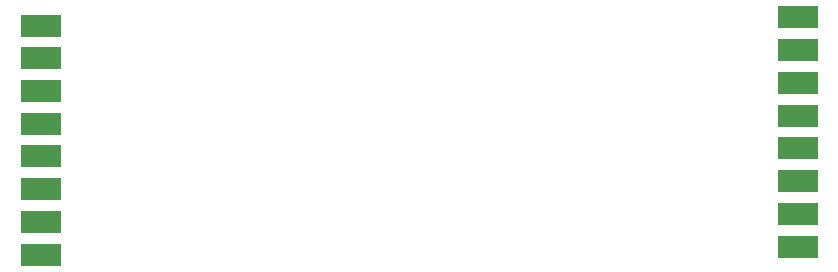
<source format=gbr>
%TF.GenerationSoftware,KiCad,Pcbnew,7.0.8*%
%TF.CreationDate,2026-01-30T16:34:37+01:00*%
%TF.ProjectId,taxanRGB,74617861-6e52-4474-922e-6b696361645f,rev?*%
%TF.SameCoordinates,Original*%
%TF.FileFunction,Paste,Top*%
%TF.FilePolarity,Positive*%
%FSLAX46Y46*%
G04 Gerber Fmt 4.6, Leading zero omitted, Abs format (unit mm)*
G04 Created by KiCad (PCBNEW 7.0.8) date 2026-01-30 16:34:37*
%MOMM*%
%LPD*%
G01*
G04 APERTURE LIST*
%ADD10R,3.480000X1.846667*%
G04 APERTURE END LIST*
D10*
%TO.C,J2*%
X34925000Y-53131805D03*
X34925000Y-50361805D03*
X34925000Y-47591805D03*
X34925000Y-44821805D03*
X34925000Y-42051805D03*
X34925000Y-39281805D03*
X34925000Y-36511805D03*
X34925000Y-33741805D03*
%TD*%
%TO.C,J1*%
X99060000Y-33056000D03*
X99060000Y-35826000D03*
X99060000Y-38596000D03*
X99060000Y-41366000D03*
X99060000Y-44136000D03*
X99060000Y-46906000D03*
X99060000Y-49676000D03*
X99060000Y-52446000D03*
%TD*%
M02*

</source>
